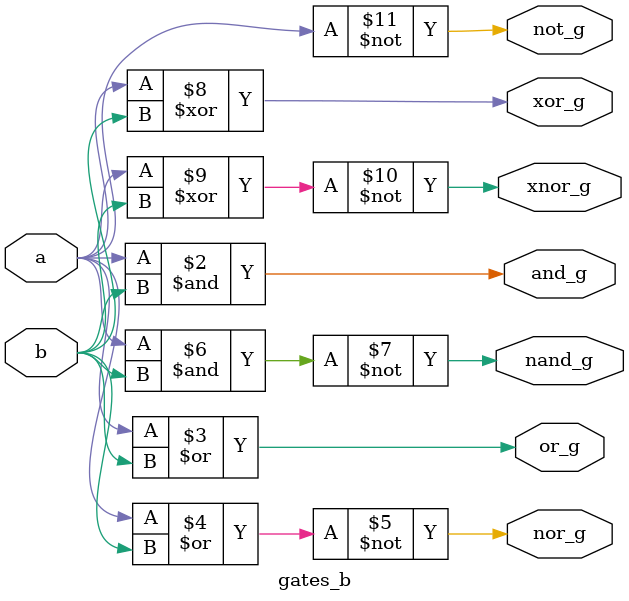
<source format=sv>
module gates_b(
	
	input logic a, 
	input logic b,
	output logic and_g,
	output logic or_g,
	output logic xor_g,
	output logic nand_g,
	output logic nor_g,
	output logic xnor_g,
	output logic not_g
	
);

	always_comb begin
	
		and_g = a & b;
		or_g = a | b;
		nor_g = ~(a | b);
		nand_g = ~(a & b);
		xor_g = a ^ b;
		xnor_g = ~(a ^ b);
		not_g = ~a;
	
	end

endmodule

</source>
